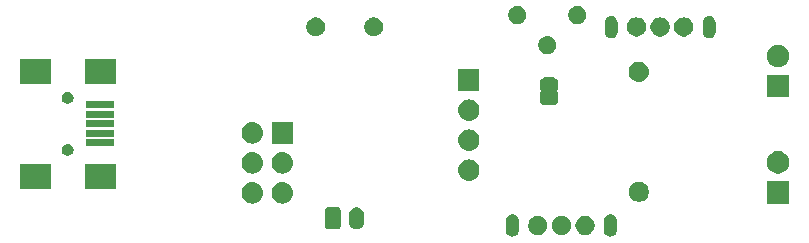
<source format=gbr>
G04 #@! TF.GenerationSoftware,KiCad,Pcbnew,(5.1.4)-1*
G04 #@! TF.CreationDate,2020-09-16T20:01:53+02:00*
G04 #@! TF.ProjectId,RPM,52504d2e-6b69-4636-9164-5f7063625858,rev?*
G04 #@! TF.SameCoordinates,Original*
G04 #@! TF.FileFunction,Soldermask,Bot*
G04 #@! TF.FilePolarity,Negative*
%FSLAX46Y46*%
G04 Gerber Fmt 4.6, Leading zero omitted, Abs format (unit mm)*
G04 Created by KiCad (PCBNEW (5.1.4)-1) date 2020-09-16 20:01:53*
%MOMM*%
%LPD*%
G04 APERTURE LIST*
%ADD10C,0.100000*%
G04 APERTURE END LIST*
D10*
G36*
X222607816Y-111857957D02*
G01*
X222711494Y-111889408D01*
X222796116Y-111934639D01*
X222807042Y-111940479D01*
X222828857Y-111958383D01*
X222890791Y-112009209D01*
X222941617Y-112071143D01*
X222959521Y-112092958D01*
X222959522Y-112092960D01*
X223010592Y-112188505D01*
X223042043Y-112292183D01*
X223050000Y-112372976D01*
X223050000Y-113227024D01*
X223042043Y-113307817D01*
X223010592Y-113411495D01*
X223010591Y-113411496D01*
X222959521Y-113507042D01*
X222949228Y-113519584D01*
X222890791Y-113590791D01*
X222828857Y-113641617D01*
X222807042Y-113659521D01*
X222807040Y-113659522D01*
X222711495Y-113710592D01*
X222607817Y-113742043D01*
X222500000Y-113752662D01*
X222392184Y-113742043D01*
X222288506Y-113710592D01*
X222192961Y-113659522D01*
X222192959Y-113659521D01*
X222171144Y-113641617D01*
X222109210Y-113590791D01*
X222050773Y-113519584D01*
X222040480Y-113507042D01*
X221989409Y-113411494D01*
X221957958Y-113307819D01*
X221957958Y-113307817D01*
X221957957Y-113307815D01*
X221950000Y-113227024D01*
X221950000Y-112372977D01*
X221957957Y-112292184D01*
X221989408Y-112188506D01*
X222040478Y-112092960D01*
X222040479Y-112092958D01*
X222058383Y-112071143D01*
X222109209Y-112009209D01*
X222171143Y-111958383D01*
X222192958Y-111940479D01*
X222203886Y-111934638D01*
X222288505Y-111889408D01*
X222392183Y-111857957D01*
X222500000Y-111847338D01*
X222607816Y-111857957D01*
X222607816Y-111857957D01*
G37*
G36*
X230907816Y-111857957D02*
G01*
X231011494Y-111889408D01*
X231096116Y-111934639D01*
X231107042Y-111940479D01*
X231128857Y-111958383D01*
X231190791Y-112009209D01*
X231241617Y-112071143D01*
X231259521Y-112092958D01*
X231259522Y-112092960D01*
X231310592Y-112188505D01*
X231342043Y-112292183D01*
X231350000Y-112372976D01*
X231350000Y-113227024D01*
X231342043Y-113307817D01*
X231310592Y-113411495D01*
X231310591Y-113411496D01*
X231259521Y-113507042D01*
X231249228Y-113519584D01*
X231190791Y-113590791D01*
X231128857Y-113641617D01*
X231107042Y-113659521D01*
X231107040Y-113659522D01*
X231011495Y-113710592D01*
X230907817Y-113742043D01*
X230800000Y-113752662D01*
X230692184Y-113742043D01*
X230588506Y-113710592D01*
X230492961Y-113659522D01*
X230492959Y-113659521D01*
X230471144Y-113641617D01*
X230409210Y-113590791D01*
X230350773Y-113519584D01*
X230340480Y-113507042D01*
X230289409Y-113411494D01*
X230257958Y-113307819D01*
X230257958Y-113307817D01*
X230257957Y-113307815D01*
X230250000Y-113227024D01*
X230250000Y-112372977D01*
X230257957Y-112292184D01*
X230289408Y-112188506D01*
X230340478Y-112092960D01*
X230340479Y-112092958D01*
X230358383Y-112071143D01*
X230409209Y-112009209D01*
X230471143Y-111958383D01*
X230492958Y-111940479D01*
X230503886Y-111934638D01*
X230588505Y-111889408D01*
X230692183Y-111857957D01*
X230800000Y-111847338D01*
X230907816Y-111857957D01*
X230907816Y-111857957D01*
G37*
G36*
X224808414Y-112003603D02*
G01*
X224886854Y-112019205D01*
X225034628Y-112080416D01*
X225167619Y-112169277D01*
X225280722Y-112282380D01*
X225369584Y-112415372D01*
X225430795Y-112563146D01*
X225430795Y-112563148D01*
X225462000Y-112720025D01*
X225462000Y-112879975D01*
X225450688Y-112936843D01*
X225430795Y-113036854D01*
X225369584Y-113184628D01*
X225280723Y-113317619D01*
X225167619Y-113430723D01*
X225034628Y-113519584D01*
X224886854Y-113580795D01*
X224808414Y-113596397D01*
X224729975Y-113612000D01*
X224570025Y-113612000D01*
X224491586Y-113596397D01*
X224413146Y-113580795D01*
X224265372Y-113519584D01*
X224132381Y-113430723D01*
X224019277Y-113317619D01*
X223930416Y-113184628D01*
X223869205Y-113036854D01*
X223849312Y-112936843D01*
X223838000Y-112879975D01*
X223838000Y-112720025D01*
X223869205Y-112563148D01*
X223869205Y-112563146D01*
X223930416Y-112415372D01*
X224019278Y-112282380D01*
X224132381Y-112169277D01*
X224265372Y-112080416D01*
X224413146Y-112019205D01*
X224491586Y-112003603D01*
X224570025Y-111988000D01*
X224729975Y-111988000D01*
X224808414Y-112003603D01*
X224808414Y-112003603D01*
G37*
G36*
X228808414Y-112003603D02*
G01*
X228886854Y-112019205D01*
X229034628Y-112080416D01*
X229167619Y-112169277D01*
X229280722Y-112282380D01*
X229369584Y-112415372D01*
X229430795Y-112563146D01*
X229430795Y-112563148D01*
X229462000Y-112720025D01*
X229462000Y-112879975D01*
X229450688Y-112936843D01*
X229430795Y-113036854D01*
X229369584Y-113184628D01*
X229280723Y-113317619D01*
X229167619Y-113430723D01*
X229034628Y-113519584D01*
X228886854Y-113580795D01*
X228808414Y-113596397D01*
X228729975Y-113612000D01*
X228570025Y-113612000D01*
X228491586Y-113596397D01*
X228413146Y-113580795D01*
X228265372Y-113519584D01*
X228132381Y-113430723D01*
X228019277Y-113317619D01*
X227930416Y-113184628D01*
X227869205Y-113036854D01*
X227849312Y-112936843D01*
X227838000Y-112879975D01*
X227838000Y-112720025D01*
X227869205Y-112563148D01*
X227869205Y-112563146D01*
X227930416Y-112415372D01*
X228019278Y-112282380D01*
X228132381Y-112169277D01*
X228265372Y-112080416D01*
X228413146Y-112019205D01*
X228491586Y-112003603D01*
X228570025Y-111988000D01*
X228729975Y-111988000D01*
X228808414Y-112003603D01*
X228808414Y-112003603D01*
G37*
G36*
X226808414Y-112003603D02*
G01*
X226886854Y-112019205D01*
X227034628Y-112080416D01*
X227167619Y-112169277D01*
X227280722Y-112282380D01*
X227369584Y-112415372D01*
X227430795Y-112563146D01*
X227430795Y-112563148D01*
X227462000Y-112720025D01*
X227462000Y-112879975D01*
X227450688Y-112936843D01*
X227430795Y-113036854D01*
X227369584Y-113184628D01*
X227280723Y-113317619D01*
X227167619Y-113430723D01*
X227034628Y-113519584D01*
X226886854Y-113580795D01*
X226808414Y-113596397D01*
X226729975Y-113612000D01*
X226570025Y-113612000D01*
X226491586Y-113596397D01*
X226413146Y-113580795D01*
X226265372Y-113519584D01*
X226132381Y-113430723D01*
X226019277Y-113317619D01*
X225930416Y-113184628D01*
X225869205Y-113036854D01*
X225849312Y-112936843D01*
X225838000Y-112879975D01*
X225838000Y-112720025D01*
X225869205Y-112563148D01*
X225869205Y-112563146D01*
X225930416Y-112415372D01*
X226019278Y-112282380D01*
X226132381Y-112169277D01*
X226265372Y-112080416D01*
X226413146Y-112019205D01*
X226491586Y-112003603D01*
X226570025Y-111988000D01*
X226729975Y-111988000D01*
X226808414Y-112003603D01*
X226808414Y-112003603D01*
G37*
G36*
X209427421Y-111284405D02*
G01*
X209530488Y-111315670D01*
X209549948Y-111321573D01*
X209579898Y-111337582D01*
X209662867Y-111381930D01*
X209761843Y-111463157D01*
X209843070Y-111562132D01*
X209843071Y-111562134D01*
X209903427Y-111675051D01*
X209909330Y-111694511D01*
X209940595Y-111797578D01*
X209950000Y-111893068D01*
X209950000Y-112506932D01*
X209940595Y-112602422D01*
X209909330Y-112705489D01*
X209903427Y-112724949D01*
X209849974Y-112824952D01*
X209843070Y-112837868D01*
X209761843Y-112936843D01*
X209662868Y-113018070D01*
X209662866Y-113018071D01*
X209549949Y-113078427D01*
X209530489Y-113084330D01*
X209427422Y-113115595D01*
X209300000Y-113128145D01*
X209172579Y-113115595D01*
X209069512Y-113084330D01*
X209050052Y-113078427D01*
X208937135Y-113018071D01*
X208937133Y-113018070D01*
X208838158Y-112936843D01*
X208756930Y-112837868D01*
X208696573Y-112724948D01*
X208659405Y-112602422D01*
X208650000Y-112506932D01*
X208650000Y-111893069D01*
X208659405Y-111797579D01*
X208696573Y-111675053D01*
X208696573Y-111675052D01*
X208756929Y-111562135D01*
X208756930Y-111562133D01*
X208838157Y-111463157D01*
X208937132Y-111381930D01*
X209020101Y-111337582D01*
X209050051Y-111321573D01*
X209069511Y-111315670D01*
X209172578Y-111284405D01*
X209300000Y-111271855D01*
X209427421Y-111284405D01*
X209427421Y-111284405D01*
G37*
G36*
X207778861Y-111279557D02*
G01*
X207818636Y-111291623D01*
X207855292Y-111311216D01*
X207887418Y-111337582D01*
X207913784Y-111369708D01*
X207933377Y-111406364D01*
X207945443Y-111446139D01*
X207950000Y-111492408D01*
X207950000Y-112907592D01*
X207945443Y-112953861D01*
X207933377Y-112993636D01*
X207913784Y-113030292D01*
X207887418Y-113062418D01*
X207855292Y-113088784D01*
X207818636Y-113108377D01*
X207778861Y-113120443D01*
X207732592Y-113125000D01*
X206867408Y-113125000D01*
X206821139Y-113120443D01*
X206781364Y-113108377D01*
X206744708Y-113088784D01*
X206712582Y-113062418D01*
X206686216Y-113030292D01*
X206666623Y-112993636D01*
X206654557Y-112953861D01*
X206650000Y-112907592D01*
X206650000Y-111492408D01*
X206654557Y-111446139D01*
X206666623Y-111406364D01*
X206686216Y-111369708D01*
X206712582Y-111337582D01*
X206744708Y-111311216D01*
X206781364Y-111291623D01*
X206821139Y-111279557D01*
X206867408Y-111275000D01*
X207732592Y-111275000D01*
X207778861Y-111279557D01*
X207778861Y-111279557D01*
G37*
G36*
X200661429Y-109168022D02*
G01*
X200831082Y-109219486D01*
X200987432Y-109303057D01*
X201124475Y-109415525D01*
X201236943Y-109552568D01*
X201320514Y-109708918D01*
X201371978Y-109878571D01*
X201389355Y-110055000D01*
X201371978Y-110231429D01*
X201320514Y-110401082D01*
X201236943Y-110557432D01*
X201124475Y-110694475D01*
X200987432Y-110806943D01*
X200831082Y-110890514D01*
X200661429Y-110941978D01*
X200529212Y-110955000D01*
X200440788Y-110955000D01*
X200308571Y-110941978D01*
X200138918Y-110890514D01*
X199982568Y-110806943D01*
X199845525Y-110694475D01*
X199733057Y-110557432D01*
X199649486Y-110401082D01*
X199598022Y-110231429D01*
X199580645Y-110055000D01*
X199598022Y-109878571D01*
X199649486Y-109708918D01*
X199733057Y-109552568D01*
X199845525Y-109415525D01*
X199982568Y-109303057D01*
X200138918Y-109219486D01*
X200308571Y-109168022D01*
X200440788Y-109155000D01*
X200529212Y-109155000D01*
X200661429Y-109168022D01*
X200661429Y-109168022D01*
G37*
G36*
X203201429Y-109168022D02*
G01*
X203371082Y-109219486D01*
X203527432Y-109303057D01*
X203664475Y-109415525D01*
X203776943Y-109552568D01*
X203860514Y-109708918D01*
X203911978Y-109878571D01*
X203929355Y-110055000D01*
X203911978Y-110231429D01*
X203860514Y-110401082D01*
X203776943Y-110557432D01*
X203664475Y-110694475D01*
X203527432Y-110806943D01*
X203371082Y-110890514D01*
X203201429Y-110941978D01*
X203069212Y-110955000D01*
X202980788Y-110955000D01*
X202848571Y-110941978D01*
X202678918Y-110890514D01*
X202522568Y-110806943D01*
X202385525Y-110694475D01*
X202273057Y-110557432D01*
X202189486Y-110401082D01*
X202138022Y-110231429D01*
X202120645Y-110055000D01*
X202138022Y-109878571D01*
X202189486Y-109708918D01*
X202273057Y-109552568D01*
X202385525Y-109415525D01*
X202522568Y-109303057D01*
X202678918Y-109219486D01*
X202848571Y-109168022D01*
X202980788Y-109155000D01*
X203069212Y-109155000D01*
X203201429Y-109168022D01*
X203201429Y-109168022D01*
G37*
G36*
X245950000Y-110950000D02*
G01*
X244050000Y-110950000D01*
X244050000Y-109050000D01*
X245950000Y-109050000D01*
X245950000Y-110950000D01*
X245950000Y-110950000D01*
G37*
G36*
X233447936Y-109142665D02*
G01*
X233447938Y-109142666D01*
X233447939Y-109142666D01*
X233602628Y-109206740D01*
X233741842Y-109299760D01*
X233860240Y-109418158D01*
X233953260Y-109557372D01*
X234017334Y-109712061D01*
X234017335Y-109712064D01*
X234050000Y-109876282D01*
X234050000Y-110043718D01*
X234047756Y-110055000D01*
X234017334Y-110207939D01*
X233953260Y-110362628D01*
X233860240Y-110501842D01*
X233741842Y-110620240D01*
X233602628Y-110713260D01*
X233447939Y-110777334D01*
X233447938Y-110777334D01*
X233447936Y-110777335D01*
X233283718Y-110810000D01*
X233116282Y-110810000D01*
X232952064Y-110777335D01*
X232952062Y-110777334D01*
X232952061Y-110777334D01*
X232797372Y-110713260D01*
X232658158Y-110620240D01*
X232539760Y-110501842D01*
X232446740Y-110362628D01*
X232382666Y-110207939D01*
X232352245Y-110055000D01*
X232350000Y-110043718D01*
X232350000Y-109876282D01*
X232382665Y-109712064D01*
X232382666Y-109712061D01*
X232446740Y-109557372D01*
X232539760Y-109418158D01*
X232658158Y-109299760D01*
X232797372Y-109206740D01*
X232952061Y-109142666D01*
X232952062Y-109142666D01*
X232952064Y-109142665D01*
X233116282Y-109110000D01*
X233283718Y-109110000D01*
X233447936Y-109142665D01*
X233447936Y-109142665D01*
G37*
G36*
X188900000Y-109700000D02*
G01*
X186300000Y-109700000D01*
X186300000Y-107600000D01*
X188900000Y-107600000D01*
X188900000Y-109700000D01*
X188900000Y-109700000D01*
G37*
G36*
X183400000Y-109700000D02*
G01*
X180800000Y-109700000D01*
X180800000Y-107600000D01*
X183400000Y-107600000D01*
X183400000Y-109700000D01*
X183400000Y-109700000D01*
G37*
G36*
X218976429Y-107233022D02*
G01*
X219146082Y-107284486D01*
X219302432Y-107368057D01*
X219439475Y-107480525D01*
X219551943Y-107617568D01*
X219635514Y-107773918D01*
X219686978Y-107943571D01*
X219704355Y-108120000D01*
X219686978Y-108296429D01*
X219635514Y-108466082D01*
X219551943Y-108622432D01*
X219439475Y-108759475D01*
X219302432Y-108871943D01*
X219146082Y-108955514D01*
X218976429Y-109006978D01*
X218844212Y-109020000D01*
X218755788Y-109020000D01*
X218623571Y-109006978D01*
X218453918Y-108955514D01*
X218297568Y-108871943D01*
X218160525Y-108759475D01*
X218048057Y-108622432D01*
X217964486Y-108466082D01*
X217913022Y-108296429D01*
X217895645Y-108120000D01*
X217913022Y-107943571D01*
X217964486Y-107773918D01*
X218048057Y-107617568D01*
X218160525Y-107480525D01*
X218297568Y-107368057D01*
X218453918Y-107284486D01*
X218623571Y-107233022D01*
X218755788Y-107220000D01*
X218844212Y-107220000D01*
X218976429Y-107233022D01*
X218976429Y-107233022D01*
G37*
G36*
X200661429Y-106628022D02*
G01*
X200831082Y-106679486D01*
X200987432Y-106763057D01*
X201124475Y-106875525D01*
X201236943Y-107012568D01*
X201320514Y-107168918D01*
X201371978Y-107338571D01*
X201389355Y-107515000D01*
X201371978Y-107691429D01*
X201320514Y-107861082D01*
X201236943Y-108017432D01*
X201124475Y-108154475D01*
X200987432Y-108266943D01*
X200831082Y-108350514D01*
X200661429Y-108401978D01*
X200529212Y-108415000D01*
X200440788Y-108415000D01*
X200308571Y-108401978D01*
X200138918Y-108350514D01*
X199982568Y-108266943D01*
X199845525Y-108154475D01*
X199733057Y-108017432D01*
X199649486Y-107861082D01*
X199598022Y-107691429D01*
X199580645Y-107515000D01*
X199598022Y-107338571D01*
X199649486Y-107168918D01*
X199733057Y-107012568D01*
X199845525Y-106875525D01*
X199982568Y-106763057D01*
X200138918Y-106679486D01*
X200308571Y-106628022D01*
X200440788Y-106615000D01*
X200529212Y-106615000D01*
X200661429Y-106628022D01*
X200661429Y-106628022D01*
G37*
G36*
X203201429Y-106628022D02*
G01*
X203371082Y-106679486D01*
X203527432Y-106763057D01*
X203664475Y-106875525D01*
X203776943Y-107012568D01*
X203860514Y-107168918D01*
X203911978Y-107338571D01*
X203929355Y-107515000D01*
X203911978Y-107691429D01*
X203860514Y-107861082D01*
X203776943Y-108017432D01*
X203664475Y-108154475D01*
X203527432Y-108266943D01*
X203371082Y-108350514D01*
X203201429Y-108401978D01*
X203069212Y-108415000D01*
X202980788Y-108415000D01*
X202848571Y-108401978D01*
X202678918Y-108350514D01*
X202522568Y-108266943D01*
X202385525Y-108154475D01*
X202273057Y-108017432D01*
X202189486Y-107861082D01*
X202138022Y-107691429D01*
X202120645Y-107515000D01*
X202138022Y-107338571D01*
X202189486Y-107168918D01*
X202273057Y-107012568D01*
X202385525Y-106875525D01*
X202522568Y-106763057D01*
X202678918Y-106679486D01*
X202848571Y-106628022D01*
X202980788Y-106615000D01*
X203069212Y-106615000D01*
X203201429Y-106628022D01*
X203201429Y-106628022D01*
G37*
G36*
X245277105Y-106546508D02*
G01*
X245449994Y-106618121D01*
X245605590Y-106722087D01*
X245737913Y-106854410D01*
X245841879Y-107010006D01*
X245913492Y-107182895D01*
X245950000Y-107366433D01*
X245950000Y-107553567D01*
X245913492Y-107737105D01*
X245841879Y-107909994D01*
X245737913Y-108065590D01*
X245605590Y-108197913D01*
X245449994Y-108301879D01*
X245277105Y-108373492D01*
X245093567Y-108410000D01*
X244906433Y-108410000D01*
X244722895Y-108373492D01*
X244550006Y-108301879D01*
X244394410Y-108197913D01*
X244262087Y-108065590D01*
X244158121Y-107909994D01*
X244086508Y-107737105D01*
X244050000Y-107553567D01*
X244050000Y-107366433D01*
X244086508Y-107182895D01*
X244158121Y-107010006D01*
X244262087Y-106854410D01*
X244394410Y-106722087D01*
X244550006Y-106618121D01*
X244722895Y-106546508D01*
X244906433Y-106510000D01*
X245093567Y-106510000D01*
X245277105Y-106546508D01*
X245277105Y-106546508D01*
G37*
G36*
X184995842Y-105919214D02*
G01*
X184995844Y-105919215D01*
X184995845Y-105919215D01*
X185012423Y-105926082D01*
X185086841Y-105956907D01*
X185168730Y-106011623D01*
X185238377Y-106081270D01*
X185293093Y-106163159D01*
X185330786Y-106254158D01*
X185350000Y-106350752D01*
X185350000Y-106449248D01*
X185330786Y-106545842D01*
X185293093Y-106636841D01*
X185238377Y-106718730D01*
X185168730Y-106788377D01*
X185086841Y-106843093D01*
X185086840Y-106843094D01*
X185086839Y-106843094D01*
X184995845Y-106880785D01*
X184995844Y-106880785D01*
X184995842Y-106880786D01*
X184899248Y-106900000D01*
X184800752Y-106900000D01*
X184704158Y-106880786D01*
X184704156Y-106880785D01*
X184704155Y-106880785D01*
X184613161Y-106843094D01*
X184613160Y-106843094D01*
X184613159Y-106843093D01*
X184531270Y-106788377D01*
X184461623Y-106718730D01*
X184406907Y-106636841D01*
X184369214Y-106545842D01*
X184350000Y-106449248D01*
X184350000Y-106350752D01*
X184369214Y-106254158D01*
X184406907Y-106163159D01*
X184461623Y-106081270D01*
X184531270Y-106011623D01*
X184613159Y-105956907D01*
X184687577Y-105926082D01*
X184704155Y-105919215D01*
X184704156Y-105919215D01*
X184704158Y-105919214D01*
X184800752Y-105900000D01*
X184899248Y-105900000D01*
X184995842Y-105919214D01*
X184995842Y-105919214D01*
G37*
G36*
X218976429Y-104693022D02*
G01*
X219146082Y-104744486D01*
X219302432Y-104828057D01*
X219439475Y-104940525D01*
X219551943Y-105077568D01*
X219635514Y-105233918D01*
X219686978Y-105403571D01*
X219704355Y-105580000D01*
X219686978Y-105756429D01*
X219635514Y-105926082D01*
X219551943Y-106082432D01*
X219439475Y-106219475D01*
X219302432Y-106331943D01*
X219146082Y-106415514D01*
X218976429Y-106466978D01*
X218844212Y-106480000D01*
X218755788Y-106480000D01*
X218623571Y-106466978D01*
X218453918Y-106415514D01*
X218297568Y-106331943D01*
X218160525Y-106219475D01*
X218048057Y-106082432D01*
X217964486Y-105926082D01*
X217913022Y-105756429D01*
X217895645Y-105580000D01*
X217913022Y-105403571D01*
X217964486Y-105233918D01*
X218048057Y-105077568D01*
X218160525Y-104940525D01*
X218297568Y-104828057D01*
X218453918Y-104744486D01*
X218623571Y-104693022D01*
X218755788Y-104680000D01*
X218844212Y-104680000D01*
X218976429Y-104693022D01*
X218976429Y-104693022D01*
G37*
G36*
X188800000Y-106100000D02*
G01*
X186400000Y-106100000D01*
X186400000Y-105500000D01*
X188800000Y-105500000D01*
X188800000Y-106100000D01*
X188800000Y-106100000D01*
G37*
G36*
X203925000Y-105875000D02*
G01*
X202125000Y-105875000D01*
X202125000Y-104075000D01*
X203925000Y-104075000D01*
X203925000Y-105875000D01*
X203925000Y-105875000D01*
G37*
G36*
X200661429Y-104088022D02*
G01*
X200831082Y-104139486D01*
X200987432Y-104223057D01*
X201124475Y-104335525D01*
X201236943Y-104472568D01*
X201320514Y-104628918D01*
X201371978Y-104798571D01*
X201389355Y-104975000D01*
X201371978Y-105151429D01*
X201320514Y-105321082D01*
X201236943Y-105477432D01*
X201124475Y-105614475D01*
X200987432Y-105726943D01*
X200831082Y-105810514D01*
X200661429Y-105861978D01*
X200529212Y-105875000D01*
X200440788Y-105875000D01*
X200308571Y-105861978D01*
X200138918Y-105810514D01*
X199982568Y-105726943D01*
X199845525Y-105614475D01*
X199733057Y-105477432D01*
X199649486Y-105321082D01*
X199598022Y-105151429D01*
X199580645Y-104975000D01*
X199598022Y-104798571D01*
X199649486Y-104628918D01*
X199733057Y-104472568D01*
X199845525Y-104335525D01*
X199982568Y-104223057D01*
X200138918Y-104139486D01*
X200308571Y-104088022D01*
X200440788Y-104075000D01*
X200529212Y-104075000D01*
X200661429Y-104088022D01*
X200661429Y-104088022D01*
G37*
G36*
X188800000Y-105300000D02*
G01*
X186400000Y-105300000D01*
X186400000Y-104700000D01*
X188800000Y-104700000D01*
X188800000Y-105300000D01*
X188800000Y-105300000D01*
G37*
G36*
X188800000Y-104500000D02*
G01*
X186400000Y-104500000D01*
X186400000Y-103900000D01*
X188800000Y-103900000D01*
X188800000Y-104500000D01*
X188800000Y-104500000D01*
G37*
G36*
X218976429Y-102153022D02*
G01*
X219146082Y-102204486D01*
X219302432Y-102288057D01*
X219439475Y-102400525D01*
X219551943Y-102537568D01*
X219635514Y-102693918D01*
X219686978Y-102863571D01*
X219704355Y-103040000D01*
X219686978Y-103216429D01*
X219635514Y-103386082D01*
X219551943Y-103542432D01*
X219439475Y-103679475D01*
X219302432Y-103791943D01*
X219146082Y-103875514D01*
X218976429Y-103926978D01*
X218844212Y-103940000D01*
X218755788Y-103940000D01*
X218623571Y-103926978D01*
X218453918Y-103875514D01*
X218297568Y-103791943D01*
X218160525Y-103679475D01*
X218048057Y-103542432D01*
X217964486Y-103386082D01*
X217913022Y-103216429D01*
X217895645Y-103040000D01*
X217913022Y-102863571D01*
X217964486Y-102693918D01*
X218048057Y-102537568D01*
X218160525Y-102400525D01*
X218297568Y-102288057D01*
X218453918Y-102204486D01*
X218623571Y-102153022D01*
X218755788Y-102140000D01*
X218844212Y-102140000D01*
X218976429Y-102153022D01*
X218976429Y-102153022D01*
G37*
G36*
X188800000Y-103700000D02*
G01*
X186400000Y-103700000D01*
X186400000Y-103100000D01*
X188800000Y-103100000D01*
X188800000Y-103700000D01*
X188800000Y-103700000D01*
G37*
G36*
X188800000Y-102900000D02*
G01*
X186400000Y-102900000D01*
X186400000Y-102300000D01*
X188800000Y-102300000D01*
X188800000Y-102900000D01*
X188800000Y-102900000D01*
G37*
G36*
X225849997Y-100249758D02*
G01*
X225850000Y-100249758D01*
X225859802Y-100250723D01*
X225859805Y-100250724D01*
X225864649Y-100251201D01*
X225874450Y-100251682D01*
X225894092Y-100251682D01*
X225899007Y-100252166D01*
X225899009Y-100252166D01*
X225908811Y-100253131D01*
X225908814Y-100253132D01*
X225913723Y-100253615D01*
X226000223Y-100270821D01*
X226004941Y-100272252D01*
X226004944Y-100272253D01*
X226014369Y-100275112D01*
X226014376Y-100275115D01*
X226019093Y-100276546D01*
X226100569Y-100310293D01*
X226104922Y-100312620D01*
X226104925Y-100312621D01*
X226113611Y-100317264D01*
X226117964Y-100319591D01*
X226191300Y-100368593D01*
X226206538Y-100381098D01*
X226268902Y-100443462D01*
X226281407Y-100458700D01*
X226330409Y-100532036D01*
X226339707Y-100549431D01*
X226373454Y-100630907D01*
X226374885Y-100635624D01*
X226374888Y-100635631D01*
X226377747Y-100645056D01*
X226379179Y-100649777D01*
X226396385Y-100736277D01*
X226398318Y-100755908D01*
X226398318Y-100775550D01*
X226398799Y-100785351D01*
X226399276Y-100790195D01*
X226399277Y-100790198D01*
X226400242Y-100800000D01*
X226400726Y-100804917D01*
X226400726Y-101295083D01*
X226400242Y-101299997D01*
X226400242Y-101300000D01*
X226399277Y-101309802D01*
X226399276Y-101309805D01*
X226396418Y-101319227D01*
X226391774Y-101327914D01*
X226385527Y-101335527D01*
X226378596Y-101341214D01*
X226377913Y-101341775D01*
X226369227Y-101346418D01*
X226359802Y-101349277D01*
X226350000Y-101350242D01*
X226349997Y-101350242D01*
X226347560Y-101350482D01*
X226328333Y-101354307D01*
X226310222Y-101361808D01*
X226293923Y-101372699D01*
X226280061Y-101386561D01*
X226269170Y-101402860D01*
X226261668Y-101420971D01*
X226257844Y-101440198D01*
X226257843Y-101459801D01*
X226261668Y-101479028D01*
X226269169Y-101497139D01*
X226280060Y-101513438D01*
X226293922Y-101527300D01*
X226310221Y-101538191D01*
X226328332Y-101545693D01*
X226347560Y-101549518D01*
X226349997Y-101549758D01*
X226350000Y-101549758D01*
X226359802Y-101550723D01*
X226369227Y-101553582D01*
X226377913Y-101558225D01*
X226377915Y-101558226D01*
X226377914Y-101558226D01*
X226385527Y-101564473D01*
X226391214Y-101571404D01*
X226391775Y-101572087D01*
X226396418Y-101580773D01*
X226399277Y-101590198D01*
X226400242Y-101600000D01*
X226400726Y-101604917D01*
X226400726Y-102095083D01*
X226400242Y-102099997D01*
X226400242Y-102100000D01*
X226399277Y-102109802D01*
X226399276Y-102109805D01*
X226398799Y-102114649D01*
X226398318Y-102124450D01*
X226398318Y-102144092D01*
X226396385Y-102163723D01*
X226379179Y-102250223D01*
X226377748Y-102254941D01*
X226377747Y-102254944D01*
X226374888Y-102264369D01*
X226374885Y-102264376D01*
X226373454Y-102269093D01*
X226339707Y-102350569D01*
X226330409Y-102367964D01*
X226281407Y-102441300D01*
X226268902Y-102456538D01*
X226206538Y-102518902D01*
X226191300Y-102531407D01*
X226117964Y-102580409D01*
X226113613Y-102582735D01*
X226113611Y-102582736D01*
X226104925Y-102587379D01*
X226104922Y-102587380D01*
X226100569Y-102589707D01*
X226019093Y-102623454D01*
X226014376Y-102624885D01*
X226014369Y-102624888D01*
X226004944Y-102627747D01*
X226004941Y-102627748D01*
X226000223Y-102629179D01*
X225913723Y-102646385D01*
X225908814Y-102646868D01*
X225908811Y-102646869D01*
X225899009Y-102647834D01*
X225899007Y-102647834D01*
X225894092Y-102648318D01*
X225874450Y-102648318D01*
X225864649Y-102648799D01*
X225859805Y-102649276D01*
X225859802Y-102649277D01*
X225850000Y-102650242D01*
X225849997Y-102650242D01*
X225845083Y-102650726D01*
X225354917Y-102650726D01*
X225350003Y-102650242D01*
X225350000Y-102650242D01*
X225340198Y-102649277D01*
X225340195Y-102649276D01*
X225335351Y-102648799D01*
X225325550Y-102648318D01*
X225305908Y-102648318D01*
X225300993Y-102647834D01*
X225300991Y-102647834D01*
X225291189Y-102646869D01*
X225291186Y-102646868D01*
X225286277Y-102646385D01*
X225199777Y-102629179D01*
X225195059Y-102627748D01*
X225195056Y-102627747D01*
X225185631Y-102624888D01*
X225185624Y-102624885D01*
X225180907Y-102623454D01*
X225099431Y-102589707D01*
X225095078Y-102587380D01*
X225095075Y-102587379D01*
X225086389Y-102582736D01*
X225086387Y-102582735D01*
X225082036Y-102580409D01*
X225008700Y-102531407D01*
X224993462Y-102518902D01*
X224931098Y-102456538D01*
X224918593Y-102441300D01*
X224869591Y-102367964D01*
X224860293Y-102350569D01*
X224826546Y-102269093D01*
X224825115Y-102264376D01*
X224825112Y-102264369D01*
X224822253Y-102254944D01*
X224822252Y-102254941D01*
X224820821Y-102250223D01*
X224803615Y-102163723D01*
X224801682Y-102144092D01*
X224801682Y-102124450D01*
X224801201Y-102114649D01*
X224800724Y-102109805D01*
X224800723Y-102109802D01*
X224799758Y-102100000D01*
X224799758Y-102099997D01*
X224799274Y-102095083D01*
X224799274Y-101604917D01*
X224799758Y-101600000D01*
X224800723Y-101590198D01*
X224803582Y-101580773D01*
X224808225Y-101572087D01*
X224808786Y-101571404D01*
X224814473Y-101564473D01*
X224822086Y-101558226D01*
X224822085Y-101558226D01*
X224822087Y-101558225D01*
X224830773Y-101553582D01*
X224840198Y-101550723D01*
X224850000Y-101549758D01*
X224850003Y-101549758D01*
X224852440Y-101549518D01*
X224871667Y-101545693D01*
X224889778Y-101538192D01*
X224906077Y-101527301D01*
X224919939Y-101513439D01*
X224930830Y-101497140D01*
X224938332Y-101479029D01*
X224942156Y-101459802D01*
X224942157Y-101440199D01*
X224938332Y-101420972D01*
X224930831Y-101402861D01*
X224919940Y-101386562D01*
X224906078Y-101372700D01*
X224889779Y-101361809D01*
X224871668Y-101354307D01*
X224852440Y-101350482D01*
X224850003Y-101350242D01*
X224850000Y-101350242D01*
X224840198Y-101349277D01*
X224830773Y-101346418D01*
X224822087Y-101341775D01*
X224821404Y-101341214D01*
X224814473Y-101335527D01*
X224808226Y-101327914D01*
X224803582Y-101319227D01*
X224800724Y-101309805D01*
X224800723Y-101309802D01*
X224799758Y-101300000D01*
X224799758Y-101299997D01*
X224799274Y-101295083D01*
X224799274Y-100804917D01*
X224799758Y-100800000D01*
X224800723Y-100790198D01*
X224800724Y-100790195D01*
X224801201Y-100785351D01*
X224801682Y-100775550D01*
X224801682Y-100755908D01*
X224803615Y-100736277D01*
X224820821Y-100649777D01*
X224822253Y-100645056D01*
X224825112Y-100635631D01*
X224825115Y-100635624D01*
X224826546Y-100630907D01*
X224860293Y-100549431D01*
X224869591Y-100532036D01*
X224918593Y-100458700D01*
X224931098Y-100443462D01*
X224993462Y-100381098D01*
X225008700Y-100368593D01*
X225082036Y-100319591D01*
X225086389Y-100317264D01*
X225095075Y-100312621D01*
X225095078Y-100312620D01*
X225099431Y-100310293D01*
X225180907Y-100276546D01*
X225185624Y-100275115D01*
X225185631Y-100275112D01*
X225195056Y-100272253D01*
X225195059Y-100272252D01*
X225199777Y-100270821D01*
X225286277Y-100253615D01*
X225291186Y-100253132D01*
X225291189Y-100253131D01*
X225300991Y-100252166D01*
X225300993Y-100252166D01*
X225305908Y-100251682D01*
X225325550Y-100251682D01*
X225335351Y-100251201D01*
X225340195Y-100250724D01*
X225340198Y-100250723D01*
X225350000Y-100249758D01*
X225350003Y-100249758D01*
X225354917Y-100249274D01*
X225845083Y-100249274D01*
X225849997Y-100249758D01*
X225849997Y-100249758D01*
G37*
G36*
X184995842Y-101519214D02*
G01*
X184995844Y-101519215D01*
X184995845Y-101519215D01*
X185071914Y-101550724D01*
X185086841Y-101556907D01*
X185168730Y-101611623D01*
X185238377Y-101681270D01*
X185293093Y-101763159D01*
X185330786Y-101854158D01*
X185350000Y-101950752D01*
X185350000Y-102049248D01*
X185336991Y-102114649D01*
X185330785Y-102145845D01*
X185306495Y-102204486D01*
X185293093Y-102236841D01*
X185238377Y-102318730D01*
X185168730Y-102388377D01*
X185086841Y-102443093D01*
X185086840Y-102443094D01*
X185086839Y-102443094D01*
X184995845Y-102480785D01*
X184995844Y-102480785D01*
X184995842Y-102480786D01*
X184899248Y-102500000D01*
X184800752Y-102500000D01*
X184704158Y-102480786D01*
X184704156Y-102480785D01*
X184704155Y-102480785D01*
X184613161Y-102443094D01*
X184613160Y-102443094D01*
X184613159Y-102443093D01*
X184531270Y-102388377D01*
X184461623Y-102318730D01*
X184406907Y-102236841D01*
X184393505Y-102204486D01*
X184369215Y-102145845D01*
X184363010Y-102114649D01*
X184350000Y-102049248D01*
X184350000Y-101950752D01*
X184369214Y-101854158D01*
X184406907Y-101763159D01*
X184461623Y-101681270D01*
X184531270Y-101611623D01*
X184613159Y-101556907D01*
X184628086Y-101550724D01*
X184704155Y-101519215D01*
X184704156Y-101519215D01*
X184704158Y-101519214D01*
X184800752Y-101500000D01*
X184899248Y-101500000D01*
X184995842Y-101519214D01*
X184995842Y-101519214D01*
G37*
G36*
X245950000Y-101950000D02*
G01*
X244050000Y-101950000D01*
X244050000Y-100050000D01*
X245950000Y-100050000D01*
X245950000Y-101950000D01*
X245950000Y-101950000D01*
G37*
G36*
X219700000Y-101400000D02*
G01*
X217900000Y-101400000D01*
X217900000Y-99600000D01*
X219700000Y-99600000D01*
X219700000Y-101400000D01*
X219700000Y-101400000D01*
G37*
G36*
X183400000Y-100800000D02*
G01*
X180800000Y-100800000D01*
X180800000Y-98700000D01*
X183400000Y-98700000D01*
X183400000Y-100800000D01*
X183400000Y-100800000D01*
G37*
G36*
X188900000Y-100800000D02*
G01*
X186300000Y-100800000D01*
X186300000Y-98700000D01*
X188900000Y-98700000D01*
X188900000Y-100800000D01*
X188900000Y-100800000D01*
G37*
G36*
X233366627Y-98962299D02*
G01*
X233526856Y-99010903D01*
X233674519Y-99089830D01*
X233803949Y-99196051D01*
X233910170Y-99325481D01*
X233989097Y-99473144D01*
X234037702Y-99633373D01*
X234054113Y-99800000D01*
X234037702Y-99966627D01*
X233989097Y-100126856D01*
X233910170Y-100274519D01*
X233803949Y-100403949D01*
X233674519Y-100510170D01*
X233526856Y-100589097D01*
X233366627Y-100637701D01*
X233241757Y-100650000D01*
X233158243Y-100650000D01*
X233033373Y-100637701D01*
X232873144Y-100589097D01*
X232725481Y-100510170D01*
X232596051Y-100403949D01*
X232489830Y-100274519D01*
X232410903Y-100126856D01*
X232362298Y-99966627D01*
X232345887Y-99800000D01*
X232362298Y-99633373D01*
X232410903Y-99473144D01*
X232489830Y-99325481D01*
X232596051Y-99196051D01*
X232725481Y-99089830D01*
X232873144Y-99010903D01*
X233033373Y-98962299D01*
X233158243Y-98950000D01*
X233241757Y-98950000D01*
X233366627Y-98962299D01*
X233366627Y-98962299D01*
G37*
G36*
X245277105Y-97546508D02*
G01*
X245449994Y-97618121D01*
X245605590Y-97722087D01*
X245737913Y-97854410D01*
X245841879Y-98010006D01*
X245913492Y-98182895D01*
X245950000Y-98366433D01*
X245950000Y-98553567D01*
X245913492Y-98737105D01*
X245841879Y-98909994D01*
X245737913Y-99065590D01*
X245605590Y-99197913D01*
X245449994Y-99301879D01*
X245277105Y-99373492D01*
X245093567Y-99410000D01*
X244906433Y-99410000D01*
X244722895Y-99373492D01*
X244550006Y-99301879D01*
X244394410Y-99197913D01*
X244262087Y-99065590D01*
X244158121Y-98909994D01*
X244086508Y-98737105D01*
X244050000Y-98553567D01*
X244050000Y-98366433D01*
X244086508Y-98182895D01*
X244158121Y-98010006D01*
X244262087Y-97854410D01*
X244394410Y-97722087D01*
X244550006Y-97618121D01*
X244722895Y-97546508D01*
X244906433Y-97510000D01*
X245093567Y-97510000D01*
X245277105Y-97546508D01*
X245277105Y-97546508D01*
G37*
G36*
X225684601Y-96799590D02*
G01*
X225714561Y-96812000D01*
X225824731Y-96857634D01*
X225950847Y-96941902D01*
X226058098Y-97049153D01*
X226142366Y-97175269D01*
X226187260Y-97283654D01*
X226200410Y-97315399D01*
X226230000Y-97464162D01*
X226230000Y-97615838D01*
X226200410Y-97764601D01*
X226200409Y-97764603D01*
X226142366Y-97904731D01*
X226058098Y-98030847D01*
X225950847Y-98138098D01*
X225824731Y-98222366D01*
X225716346Y-98267260D01*
X225684601Y-98280410D01*
X225535838Y-98310000D01*
X225384162Y-98310000D01*
X225235399Y-98280410D01*
X225203654Y-98267260D01*
X225095269Y-98222366D01*
X224969153Y-98138098D01*
X224861902Y-98030847D01*
X224777634Y-97904731D01*
X224719591Y-97764603D01*
X224719590Y-97764601D01*
X224690000Y-97615838D01*
X224690000Y-97464162D01*
X224719590Y-97315399D01*
X224732740Y-97283654D01*
X224777634Y-97175269D01*
X224861902Y-97049153D01*
X224969153Y-96941902D01*
X225095269Y-96857634D01*
X225205439Y-96812000D01*
X225235399Y-96799590D01*
X225384162Y-96770000D01*
X225535838Y-96770000D01*
X225684601Y-96799590D01*
X225684601Y-96799590D01*
G37*
G36*
X230957817Y-95057957D02*
G01*
X231061495Y-95089408D01*
X231146114Y-95134638D01*
X231157042Y-95140479D01*
X231178857Y-95158383D01*
X231240791Y-95209209D01*
X231291617Y-95271143D01*
X231309521Y-95292958D01*
X231309522Y-95292960D01*
X231360592Y-95388505D01*
X231392043Y-95492183D01*
X231400000Y-95572976D01*
X231400000Y-96427024D01*
X231392043Y-96507817D01*
X231360592Y-96611495D01*
X231355297Y-96621401D01*
X231309521Y-96707042D01*
X231307954Y-96708951D01*
X231240791Y-96790791D01*
X231178857Y-96841617D01*
X231157042Y-96859521D01*
X231157040Y-96859522D01*
X231061494Y-96910592D01*
X230957816Y-96942043D01*
X230850000Y-96952662D01*
X230742183Y-96942043D01*
X230638505Y-96910592D01*
X230542960Y-96859522D01*
X230542958Y-96859521D01*
X230521143Y-96841617D01*
X230459209Y-96790791D01*
X230392046Y-96708951D01*
X230390479Y-96707042D01*
X230349686Y-96630723D01*
X230339408Y-96611494D01*
X230307957Y-96507816D01*
X230300000Y-96427023D01*
X230300000Y-95572976D01*
X230307957Y-95492185D01*
X230339410Y-95388504D01*
X230390479Y-95292960D01*
X230390480Y-95292958D01*
X230408384Y-95271143D01*
X230459210Y-95209209D01*
X230521144Y-95158383D01*
X230542959Y-95140479D01*
X230553887Y-95134638D01*
X230638506Y-95089408D01*
X230742184Y-95057957D01*
X230850000Y-95047338D01*
X230957817Y-95057957D01*
X230957817Y-95057957D01*
G37*
G36*
X239257817Y-95057957D02*
G01*
X239361495Y-95089408D01*
X239446114Y-95134638D01*
X239457042Y-95140479D01*
X239478857Y-95158383D01*
X239540791Y-95209209D01*
X239591617Y-95271143D01*
X239609521Y-95292958D01*
X239609522Y-95292960D01*
X239660592Y-95388505D01*
X239692043Y-95492183D01*
X239700000Y-95572976D01*
X239700000Y-96427024D01*
X239692043Y-96507817D01*
X239660592Y-96611495D01*
X239655297Y-96621401D01*
X239609521Y-96707042D01*
X239607954Y-96708951D01*
X239540791Y-96790791D01*
X239478857Y-96841617D01*
X239457042Y-96859521D01*
X239457040Y-96859522D01*
X239361494Y-96910592D01*
X239257816Y-96942043D01*
X239150000Y-96952662D01*
X239042183Y-96942043D01*
X238938505Y-96910592D01*
X238842960Y-96859522D01*
X238842958Y-96859521D01*
X238821143Y-96841617D01*
X238759209Y-96790791D01*
X238692046Y-96708951D01*
X238690479Y-96707042D01*
X238649686Y-96630723D01*
X238639408Y-96611494D01*
X238607957Y-96507816D01*
X238600000Y-96427023D01*
X238600000Y-95572976D01*
X238607957Y-95492185D01*
X238639410Y-95388504D01*
X238690479Y-95292960D01*
X238690480Y-95292958D01*
X238708384Y-95271143D01*
X238759210Y-95209209D01*
X238821144Y-95158383D01*
X238842959Y-95140479D01*
X238853887Y-95134638D01*
X238938506Y-95089408D01*
X239042184Y-95057957D01*
X239150000Y-95047338D01*
X239257817Y-95057957D01*
X239257817Y-95057957D01*
G37*
G36*
X237158414Y-95203603D02*
G01*
X237236854Y-95219205D01*
X237384628Y-95280416D01*
X237517619Y-95369277D01*
X237630722Y-95482380D01*
X237719584Y-95615372D01*
X237780795Y-95763146D01*
X237812000Y-95920027D01*
X237812000Y-96079973D01*
X237780795Y-96236854D01*
X237719584Y-96384628D01*
X237630723Y-96517619D01*
X237517619Y-96630723D01*
X237384628Y-96719584D01*
X237236854Y-96780795D01*
X237158414Y-96796397D01*
X237079975Y-96812000D01*
X236920025Y-96812000D01*
X236841587Y-96796398D01*
X236763146Y-96780795D01*
X236615372Y-96719584D01*
X236482381Y-96630723D01*
X236369277Y-96517619D01*
X236280416Y-96384628D01*
X236219205Y-96236854D01*
X236188000Y-96079973D01*
X236188000Y-95920027D01*
X236219205Y-95763146D01*
X236280416Y-95615372D01*
X236369278Y-95482380D01*
X236482381Y-95369277D01*
X236615372Y-95280416D01*
X236763146Y-95219205D01*
X236841586Y-95203603D01*
X236920025Y-95188000D01*
X237079975Y-95188000D01*
X237158414Y-95203603D01*
X237158414Y-95203603D01*
G37*
G36*
X235158414Y-95203603D02*
G01*
X235236854Y-95219205D01*
X235384628Y-95280416D01*
X235517619Y-95369277D01*
X235630722Y-95482380D01*
X235719584Y-95615372D01*
X235780795Y-95763146D01*
X235812000Y-95920027D01*
X235812000Y-96079973D01*
X235780795Y-96236854D01*
X235719584Y-96384628D01*
X235630723Y-96517619D01*
X235517619Y-96630723D01*
X235384628Y-96719584D01*
X235236854Y-96780795D01*
X235158414Y-96796397D01*
X235079975Y-96812000D01*
X234920025Y-96812000D01*
X234841587Y-96796398D01*
X234763146Y-96780795D01*
X234615372Y-96719584D01*
X234482381Y-96630723D01*
X234369277Y-96517619D01*
X234280416Y-96384628D01*
X234219205Y-96236854D01*
X234188000Y-96079973D01*
X234188000Y-95920027D01*
X234219205Y-95763146D01*
X234280416Y-95615372D01*
X234369278Y-95482380D01*
X234482381Y-95369277D01*
X234615372Y-95280416D01*
X234763146Y-95219205D01*
X234841586Y-95203603D01*
X234920025Y-95188000D01*
X235079975Y-95188000D01*
X235158414Y-95203603D01*
X235158414Y-95203603D01*
G37*
G36*
X233158414Y-95203603D02*
G01*
X233236854Y-95219205D01*
X233384628Y-95280416D01*
X233517619Y-95369277D01*
X233630722Y-95482380D01*
X233719584Y-95615372D01*
X233780795Y-95763146D01*
X233812000Y-95920027D01*
X233812000Y-96079973D01*
X233780795Y-96236854D01*
X233719584Y-96384628D01*
X233630723Y-96517619D01*
X233517619Y-96630723D01*
X233384628Y-96719584D01*
X233236854Y-96780795D01*
X233158414Y-96796397D01*
X233079975Y-96812000D01*
X232920025Y-96812000D01*
X232841587Y-96796398D01*
X232763146Y-96780795D01*
X232615372Y-96719584D01*
X232482381Y-96630723D01*
X232369277Y-96517619D01*
X232280416Y-96384628D01*
X232219205Y-96236854D01*
X232188000Y-96079973D01*
X232188000Y-95920027D01*
X232219205Y-95763146D01*
X232280416Y-95615372D01*
X232369278Y-95482380D01*
X232482381Y-95369277D01*
X232615372Y-95280416D01*
X232763146Y-95219205D01*
X232841586Y-95203603D01*
X232920025Y-95188000D01*
X233079975Y-95188000D01*
X233158414Y-95203603D01*
X233158414Y-95203603D01*
G37*
G36*
X210983351Y-95230743D02*
G01*
X210983353Y-95230744D01*
X210983354Y-95230744D01*
X211103269Y-95280415D01*
X211128942Y-95291049D01*
X211259970Y-95378599D01*
X211371401Y-95490030D01*
X211372841Y-95492185D01*
X211458951Y-95621058D01*
X211508389Y-95740410D01*
X211519257Y-95766649D01*
X211550000Y-95921207D01*
X211550000Y-96078793D01*
X211519257Y-96233351D01*
X211458951Y-96378942D01*
X211371401Y-96509970D01*
X211259970Y-96621401D01*
X211131802Y-96707040D01*
X211128942Y-96708951D01*
X210983354Y-96769256D01*
X210983353Y-96769256D01*
X210983351Y-96769257D01*
X210828793Y-96800000D01*
X210671207Y-96800000D01*
X210516649Y-96769257D01*
X210516647Y-96769256D01*
X210516646Y-96769256D01*
X210371058Y-96708951D01*
X210368198Y-96707040D01*
X210240030Y-96621401D01*
X210128599Y-96509970D01*
X210041049Y-96378942D01*
X209980743Y-96233351D01*
X209950000Y-96078793D01*
X209950000Y-95921207D01*
X209980743Y-95766649D01*
X209991612Y-95740410D01*
X210041049Y-95621058D01*
X210127159Y-95492185D01*
X210128599Y-95490030D01*
X210240030Y-95378599D01*
X210371058Y-95291049D01*
X210396731Y-95280415D01*
X210516646Y-95230744D01*
X210516647Y-95230744D01*
X210516649Y-95230743D01*
X210671207Y-95200000D01*
X210828793Y-95200000D01*
X210983351Y-95230743D01*
X210983351Y-95230743D01*
G37*
G36*
X206083351Y-95230743D02*
G01*
X206083353Y-95230744D01*
X206083354Y-95230744D01*
X206203269Y-95280415D01*
X206228942Y-95291049D01*
X206359970Y-95378599D01*
X206471401Y-95490030D01*
X206472841Y-95492185D01*
X206558951Y-95621058D01*
X206608389Y-95740410D01*
X206619257Y-95766649D01*
X206650000Y-95921207D01*
X206650000Y-96078793D01*
X206619257Y-96233351D01*
X206558951Y-96378942D01*
X206471401Y-96509970D01*
X206359970Y-96621401D01*
X206231802Y-96707040D01*
X206228942Y-96708951D01*
X206083354Y-96769256D01*
X206083353Y-96769256D01*
X206083351Y-96769257D01*
X205928793Y-96800000D01*
X205771207Y-96800000D01*
X205616649Y-96769257D01*
X205616647Y-96769256D01*
X205616646Y-96769256D01*
X205471058Y-96708951D01*
X205468198Y-96707040D01*
X205340030Y-96621401D01*
X205228599Y-96509970D01*
X205141049Y-96378942D01*
X205080743Y-96233351D01*
X205050000Y-96078793D01*
X205050000Y-95921207D01*
X205080743Y-95766649D01*
X205091612Y-95740410D01*
X205141049Y-95621058D01*
X205227159Y-95492185D01*
X205228599Y-95490030D01*
X205340030Y-95378599D01*
X205471058Y-95291049D01*
X205496731Y-95280415D01*
X205616646Y-95230744D01*
X205616647Y-95230744D01*
X205616649Y-95230743D01*
X205771207Y-95200000D01*
X205928793Y-95200000D01*
X206083351Y-95230743D01*
X206083351Y-95230743D01*
G37*
G36*
X223144601Y-94259590D02*
G01*
X223144604Y-94259591D01*
X223144603Y-94259591D01*
X223284731Y-94317634D01*
X223410847Y-94401902D01*
X223518098Y-94509153D01*
X223602366Y-94635269D01*
X223647260Y-94743654D01*
X223660410Y-94775399D01*
X223690000Y-94924162D01*
X223690000Y-95075838D01*
X223660410Y-95224601D01*
X223660409Y-95224603D01*
X223602366Y-95364731D01*
X223518098Y-95490847D01*
X223410847Y-95598098D01*
X223284731Y-95682366D01*
X223176346Y-95727260D01*
X223144601Y-95740410D01*
X222995838Y-95770000D01*
X222844162Y-95770000D01*
X222695399Y-95740410D01*
X222663654Y-95727260D01*
X222555269Y-95682366D01*
X222429153Y-95598098D01*
X222321902Y-95490847D01*
X222237634Y-95364731D01*
X222179591Y-95224603D01*
X222179590Y-95224601D01*
X222150000Y-95075838D01*
X222150000Y-94924162D01*
X222179590Y-94775399D01*
X222192740Y-94743654D01*
X222237634Y-94635269D01*
X222321902Y-94509153D01*
X222429153Y-94401902D01*
X222555269Y-94317634D01*
X222695397Y-94259591D01*
X222695396Y-94259591D01*
X222695399Y-94259590D01*
X222844162Y-94230000D01*
X222995838Y-94230000D01*
X223144601Y-94259590D01*
X223144601Y-94259590D01*
G37*
G36*
X228224601Y-94259590D02*
G01*
X228224604Y-94259591D01*
X228224603Y-94259591D01*
X228364731Y-94317634D01*
X228490847Y-94401902D01*
X228598098Y-94509153D01*
X228682366Y-94635269D01*
X228727260Y-94743654D01*
X228740410Y-94775399D01*
X228770000Y-94924162D01*
X228770000Y-95075838D01*
X228740410Y-95224601D01*
X228740409Y-95224603D01*
X228682366Y-95364731D01*
X228598098Y-95490847D01*
X228490847Y-95598098D01*
X228364731Y-95682366D01*
X228256346Y-95727260D01*
X228224601Y-95740410D01*
X228075838Y-95770000D01*
X227924162Y-95770000D01*
X227775399Y-95740410D01*
X227743654Y-95727260D01*
X227635269Y-95682366D01*
X227509153Y-95598098D01*
X227401902Y-95490847D01*
X227317634Y-95364731D01*
X227259591Y-95224603D01*
X227259590Y-95224601D01*
X227230000Y-95075838D01*
X227230000Y-94924162D01*
X227259590Y-94775399D01*
X227272740Y-94743654D01*
X227317634Y-94635269D01*
X227401902Y-94509153D01*
X227509153Y-94401902D01*
X227635269Y-94317634D01*
X227775397Y-94259591D01*
X227775396Y-94259591D01*
X227775399Y-94259590D01*
X227924162Y-94230000D01*
X228075838Y-94230000D01*
X228224601Y-94259590D01*
X228224601Y-94259590D01*
G37*
M02*

</source>
